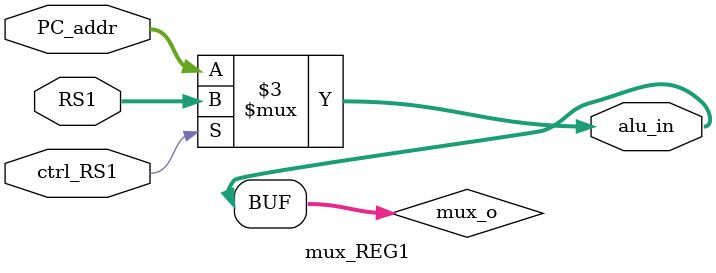
<source format=v>
`timescale 1ns / 1ps


module mux_REG1(
input[31:0] PC_addr,
input[31:0] RS1,
input ctrl_RS1,

output [31:0] alu_in
    );
    
    reg [31:0] mux_o;
    assign alu_in = mux_o;
    always @(*) begin
        mux_o = (ctrl_RS1==0) ? PC_addr : RS1;
    end
endmodule

</source>
